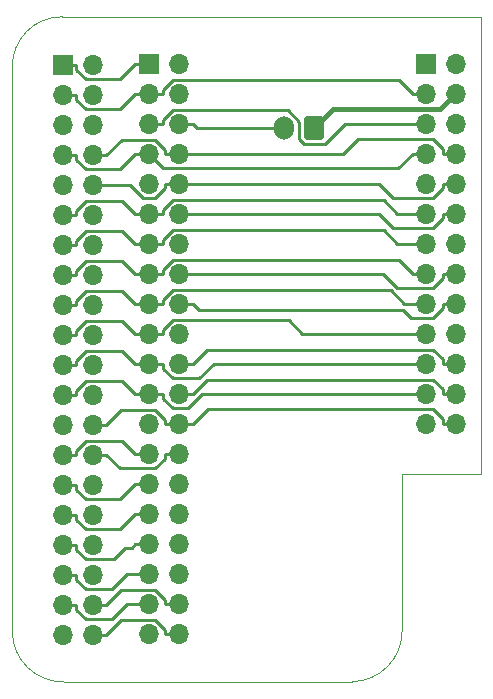
<source format=gbr>
G04 #@! TF.GenerationSoftware,KiCad,Pcbnew,7.0.5*
G04 #@! TF.CreationDate,2023-06-11T09:32:39-04:00*
G04 #@! TF.ProjectId,PI4Adapter,50493441-6461-4707-9465-722e6b696361,0.1b*
G04 #@! TF.SameCoordinates,Original*
G04 #@! TF.FileFunction,Copper,L2,Bot*
G04 #@! TF.FilePolarity,Positive*
%FSLAX46Y46*%
G04 Gerber Fmt 4.6, Leading zero omitted, Abs format (unit mm)*
G04 Created by KiCad (PCBNEW 7.0.5) date 2023-06-11 09:32:39*
%MOMM*%
%LPD*%
G01*
G04 APERTURE LIST*
G04 Aperture macros list*
%AMRoundRect*
0 Rectangle with rounded corners*
0 $1 Rounding radius*
0 $2 $3 $4 $5 $6 $7 $8 $9 X,Y pos of 4 corners*
0 Add a 4 corners polygon primitive as box body*
4,1,4,$2,$3,$4,$5,$6,$7,$8,$9,$2,$3,0*
0 Add four circle primitives for the rounded corners*
1,1,$1+$1,$2,$3*
1,1,$1+$1,$4,$5*
1,1,$1+$1,$6,$7*
1,1,$1+$1,$8,$9*
0 Add four rect primitives between the rounded corners*
20,1,$1+$1,$2,$3,$4,$5,0*
20,1,$1+$1,$4,$5,$6,$7,0*
20,1,$1+$1,$6,$7,$8,$9,0*
20,1,$1+$1,$8,$9,$2,$3,0*%
G04 Aperture macros list end*
G04 #@! TA.AperFunction,ComponentPad*
%ADD10R,1.700000X1.700000*%
G04 #@! TD*
G04 #@! TA.AperFunction,ComponentPad*
%ADD11O,1.700000X1.700000*%
G04 #@! TD*
G04 #@! TA.AperFunction,ComponentPad*
%ADD12RoundRect,0.250000X0.600000X0.750000X-0.600000X0.750000X-0.600000X-0.750000X0.600000X-0.750000X0*%
G04 #@! TD*
G04 #@! TA.AperFunction,ComponentPad*
%ADD13O,1.700000X2.000000*%
G04 #@! TD*
G04 #@! TA.AperFunction,Conductor*
%ADD14C,0.400000*%
G04 #@! TD*
G04 #@! TA.AperFunction,Conductor*
%ADD15C,0.250000*%
G04 #@! TD*
G04 #@! TA.AperFunction,Profile*
%ADD16C,0.100000*%
G04 #@! TD*
G04 APERTURE END LIST*
D10*
X115570000Y-77625000D03*
D11*
X118110000Y-77625000D03*
X115570000Y-80165000D03*
X118110000Y-80165000D03*
X115570000Y-82705000D03*
X118110000Y-82705000D03*
X115570000Y-85245000D03*
X118110000Y-85245000D03*
X115570000Y-87785000D03*
X118110000Y-87785000D03*
X115570000Y-90325000D03*
X118110000Y-90325000D03*
X115570000Y-92865000D03*
X118110000Y-92865000D03*
X115570000Y-95405000D03*
X118110000Y-95405000D03*
X115570000Y-97945000D03*
X118110000Y-97945000D03*
X115570000Y-100485000D03*
X118110000Y-100485000D03*
X115570000Y-103025000D03*
X118110000Y-103025000D03*
X115570000Y-105565000D03*
X118110000Y-105565000D03*
X115570000Y-108105000D03*
X118110000Y-108105000D03*
X115570000Y-110645000D03*
X118110000Y-110645000D03*
X115570000Y-113185000D03*
X118110000Y-113185000D03*
X115570000Y-115725000D03*
X118110000Y-115725000D03*
X115570000Y-118265000D03*
X118110000Y-118265000D03*
X115570000Y-120805000D03*
X118110000Y-120805000D03*
X115570000Y-123345000D03*
X118110000Y-123345000D03*
X115570000Y-125885000D03*
X118110000Y-125885000D03*
D12*
X129520000Y-83050000D03*
D13*
X127020000Y-83050000D03*
D10*
X108250000Y-77700000D03*
D11*
X110790000Y-77700000D03*
X108250000Y-80240000D03*
X110790000Y-80240000D03*
X108250000Y-82780000D03*
X110790000Y-82780000D03*
X108250000Y-85320000D03*
X110790000Y-85320000D03*
X108250000Y-87860000D03*
X110790000Y-87860000D03*
X108250000Y-90400000D03*
X110790000Y-90400000D03*
X108250000Y-92940000D03*
X110790000Y-92940000D03*
X108250000Y-95480000D03*
X110790000Y-95480000D03*
X108250000Y-98020000D03*
X110790000Y-98020000D03*
X108250000Y-100560000D03*
X110790000Y-100560000D03*
X108250000Y-103100000D03*
X110790000Y-103100000D03*
X108250000Y-105640000D03*
X110790000Y-105640000D03*
X108250000Y-108180000D03*
X110790000Y-108180000D03*
X108250000Y-110720000D03*
X110790000Y-110720000D03*
X108250000Y-113260000D03*
X110790000Y-113260000D03*
X108250000Y-115800000D03*
X110790000Y-115800000D03*
X108250000Y-118340000D03*
X110790000Y-118340000D03*
X108250000Y-120880000D03*
X110790000Y-120880000D03*
X108250000Y-123420000D03*
X110790000Y-123420000D03*
X108250000Y-125960000D03*
X110790000Y-125960000D03*
D10*
X139060000Y-77575000D03*
D11*
X141600000Y-77575000D03*
X139060000Y-80115000D03*
X141600000Y-80115000D03*
X139060000Y-82655000D03*
X141600000Y-82655000D03*
X139060000Y-85195000D03*
X141600000Y-85195000D03*
X139060000Y-87735000D03*
X141600000Y-87735000D03*
X139060000Y-90275000D03*
X141600000Y-90275000D03*
X139060000Y-92815000D03*
X141600000Y-92815000D03*
X139060000Y-95355000D03*
X141600000Y-95355000D03*
X139060000Y-97895000D03*
X141600000Y-97895000D03*
X139060000Y-100435000D03*
X141600000Y-100435000D03*
X139060000Y-102975000D03*
X141600000Y-102975000D03*
X139060000Y-105515000D03*
X141600000Y-105515000D03*
X139060000Y-108055000D03*
X141600000Y-108055000D03*
D14*
X140230700Y-81384300D02*
X131185700Y-81384300D01*
X131185700Y-81384300D02*
X129520000Y-83050000D01*
X141500000Y-80115000D02*
X140230700Y-81384300D01*
X141600000Y-80115000D02*
X141500000Y-80115000D01*
D15*
X110249700Y-78890600D02*
X113127500Y-78890600D01*
X108250000Y-77700000D02*
X109426900Y-77700000D01*
X109426900Y-77700000D02*
X109426900Y-78067800D01*
X109426900Y-78067800D02*
X110249700Y-78890600D01*
X116933100Y-125519200D02*
X116933100Y-125885000D01*
X116108300Y-124694400D02*
X116933100Y-125519200D01*
X113232500Y-124694400D02*
X116108300Y-124694400D01*
X111966900Y-125960000D02*
X113232500Y-124694400D01*
X110790000Y-125960000D02*
X111966900Y-125960000D01*
X118110000Y-125885000D02*
X116933100Y-125885000D01*
X116933100Y-122979200D02*
X116933100Y-123345000D01*
X116108300Y-122154400D02*
X116933100Y-122979200D01*
X113232500Y-122154400D02*
X116108300Y-122154400D01*
X111966900Y-123420000D02*
X113232500Y-122154400D01*
X110790000Y-123420000D02*
X111966900Y-123420000D01*
X118110000Y-123345000D02*
X116933100Y-123345000D01*
X109426900Y-123785800D02*
X109426900Y-123420000D01*
X110251700Y-124610600D02*
X109426900Y-123785800D01*
X112474100Y-124610600D02*
X110251700Y-124610600D01*
X113739700Y-123345000D02*
X112474100Y-124610600D01*
X115570000Y-123345000D02*
X113739700Y-123345000D01*
X108250000Y-123420000D02*
X109426900Y-123420000D01*
X109426900Y-121245800D02*
X109426900Y-120880000D01*
X110251700Y-122070600D02*
X109426900Y-121245800D01*
X112474100Y-122070600D02*
X110251700Y-122070600D01*
X113739700Y-120805000D02*
X112474100Y-122070600D01*
X115570000Y-120805000D02*
X113739700Y-120805000D01*
X108250000Y-120880000D02*
X109426900Y-120880000D01*
X114093000Y-118565100D02*
X114393100Y-118265000D01*
X113576400Y-118565100D02*
X114093000Y-118565100D01*
X112612400Y-119529100D02*
X113576400Y-118565100D01*
X110248200Y-119529100D02*
X112612400Y-119529100D01*
X109426900Y-118707800D02*
X110248200Y-119529100D01*
X109426900Y-118340000D02*
X109426900Y-118707800D01*
X108250000Y-118340000D02*
X109426900Y-118340000D01*
X115570000Y-118265000D02*
X114393100Y-118265000D01*
X108250000Y-115800000D02*
X109426900Y-115800000D01*
X115570000Y-115725000D02*
X114393100Y-115725000D01*
X109426900Y-116167800D02*
X109426900Y-115800000D01*
X110237300Y-116978200D02*
X109426900Y-116167800D01*
X113139900Y-116978200D02*
X110237300Y-116978200D01*
X114393100Y-115725000D02*
X113139900Y-116978200D01*
X109426900Y-113625800D02*
X109426900Y-113260000D01*
X110260000Y-114458900D02*
X109426900Y-113625800D01*
X113119200Y-114458900D02*
X110260000Y-114458900D01*
X114393100Y-113185000D02*
X113119200Y-114458900D01*
X115570000Y-113185000D02*
X114393100Y-113185000D01*
X108250000Y-113260000D02*
X109426900Y-113260000D01*
X116933100Y-111010800D02*
X116933100Y-110645000D01*
X116103600Y-111840300D02*
X116933100Y-111010800D01*
X113087200Y-111840300D02*
X116103600Y-111840300D01*
X111966900Y-110720000D02*
X113087200Y-111840300D01*
X110790000Y-110720000D02*
X111966900Y-110720000D01*
X118110000Y-110645000D02*
X116933100Y-110645000D01*
X109426900Y-110354200D02*
X109426900Y-110720000D01*
X110256400Y-109524700D02*
X109426900Y-110354200D01*
X113272800Y-109524700D02*
X110256400Y-109524700D01*
X114393100Y-110645000D02*
X113272800Y-109524700D01*
X115570000Y-110645000D02*
X114393100Y-110645000D01*
X108250000Y-110720000D02*
X109426900Y-110720000D01*
X116933100Y-107739200D02*
X116933100Y-108105000D01*
X116109800Y-106915900D02*
X116933100Y-107739200D01*
X113231000Y-106915900D02*
X116109800Y-106915900D01*
X111966900Y-108180000D02*
X113231000Y-106915900D01*
X110790000Y-108180000D02*
X111966900Y-108180000D01*
X118110000Y-108105000D02*
X116933100Y-108105000D01*
X120555900Y-106836000D02*
X119286900Y-108105000D01*
X139571900Y-106836000D02*
X120555900Y-106836000D01*
X140423100Y-107687200D02*
X139571900Y-106836000D01*
X140423100Y-108055000D02*
X140423100Y-107687200D01*
X141600000Y-108055000D02*
X140423100Y-108055000D01*
X118110000Y-108105000D02*
X119286900Y-108105000D01*
X120515300Y-104336600D02*
X119286900Y-105565000D01*
X139612500Y-104336600D02*
X120515300Y-104336600D01*
X140423100Y-105147200D02*
X139612500Y-104336600D01*
X140423100Y-105515000D02*
X140423100Y-105147200D01*
X141600000Y-105515000D02*
X140423100Y-105515000D01*
X118110000Y-105565000D02*
X119286900Y-105565000D01*
X109426900Y-105274200D02*
X109426900Y-105640000D01*
X110256400Y-104444700D02*
X109426900Y-105274200D01*
X113272800Y-104444700D02*
X110256400Y-104444700D01*
X114393100Y-105565000D02*
X113272800Y-104444700D01*
X115570000Y-105565000D02*
X114393100Y-105565000D01*
X108250000Y-105640000D02*
X109426900Y-105640000D01*
X115570000Y-105565000D02*
X116746900Y-105565000D01*
X116746900Y-105930800D02*
X116746900Y-105565000D01*
X117558700Y-106742600D02*
X116746900Y-105930800D01*
X118833300Y-106742600D02*
X117558700Y-106742600D01*
X120060900Y-105515000D02*
X118833300Y-106742600D01*
X139060000Y-105515000D02*
X120060900Y-105515000D01*
X120515300Y-101796600D02*
X119286900Y-103025000D01*
X139612500Y-101796600D02*
X120515300Y-101796600D01*
X140423100Y-102607200D02*
X139612500Y-101796600D01*
X140423100Y-102975000D02*
X140423100Y-102607200D01*
X141600000Y-102975000D02*
X140423100Y-102975000D01*
X118110000Y-103025000D02*
X119286900Y-103025000D01*
X116746900Y-103390800D02*
X116746900Y-103025000D01*
X117571700Y-104215600D02*
X116746900Y-103390800D01*
X119794100Y-104215600D02*
X117571700Y-104215600D01*
X121034700Y-102975000D02*
X119794100Y-104215600D01*
X139060000Y-102975000D02*
X121034700Y-102975000D01*
X115570000Y-103025000D02*
X116746900Y-103025000D01*
X108250000Y-103100000D02*
X109426900Y-103100000D01*
X115570000Y-103025000D02*
X114393100Y-103025000D01*
X113272900Y-101904800D02*
X114393100Y-103025000D01*
X110254300Y-101904800D02*
X113272900Y-101904800D01*
X109426900Y-102732200D02*
X110254300Y-101904800D01*
X109426900Y-103100000D02*
X109426900Y-102732200D01*
X115570000Y-100485000D02*
X116746900Y-100485000D01*
X113272900Y-99364800D02*
X114393100Y-100485000D01*
X110254300Y-99364800D02*
X113272900Y-99364800D01*
X109426900Y-100192200D02*
X110254300Y-99364800D01*
X109426900Y-100560000D02*
X109426900Y-100192200D01*
X108250000Y-100560000D02*
X109426900Y-100560000D01*
X115570000Y-100485000D02*
X114393100Y-100485000D01*
X128548800Y-100435000D02*
X139060000Y-100435000D01*
X127408000Y-99294200D02*
X128548800Y-100435000D01*
X117577500Y-99294200D02*
X127408000Y-99294200D01*
X116746900Y-100124800D02*
X117577500Y-99294200D01*
X116746900Y-100485000D02*
X116746900Y-100124800D01*
X119774500Y-98432600D02*
X119286900Y-97945000D01*
X137066700Y-98432600D02*
X119774500Y-98432600D01*
X137718400Y-99084300D02*
X137066700Y-98432600D01*
X139601600Y-99084300D02*
X137718400Y-99084300D01*
X140423100Y-98262800D02*
X139601600Y-99084300D01*
X140423100Y-97895000D02*
X140423100Y-98262800D01*
X141600000Y-97895000D02*
X140423100Y-97895000D01*
X118110000Y-97945000D02*
X119286900Y-97945000D01*
X140423100Y-95720800D02*
X140423100Y-95355000D01*
X139595200Y-96548700D02*
X140423100Y-95720800D01*
X136534600Y-96548700D02*
X139595200Y-96548700D01*
X135390900Y-95405000D02*
X136534600Y-96548700D01*
X118110000Y-95405000D02*
X135390900Y-95405000D01*
X141600000Y-95355000D02*
X140423100Y-95355000D01*
X109426900Y-95114200D02*
X109426900Y-95480000D01*
X110256400Y-94284700D02*
X109426900Y-95114200D01*
X113272800Y-94284700D02*
X110256400Y-94284700D01*
X114393100Y-95405000D02*
X113272800Y-94284700D01*
X115570000Y-95405000D02*
X114393100Y-95405000D01*
X108250000Y-95480000D02*
X109426900Y-95480000D01*
X116746900Y-95039200D02*
X116746900Y-95405000D01*
X117574900Y-94211200D02*
X116746900Y-95039200D01*
X136739300Y-94211200D02*
X117574900Y-94211200D01*
X137883100Y-95355000D02*
X136739300Y-94211200D01*
X139060000Y-95355000D02*
X137883100Y-95355000D01*
X115570000Y-95405000D02*
X116746900Y-95405000D01*
X139060000Y-92815000D02*
X137883100Y-92815000D01*
X115570000Y-92865000D02*
X116746900Y-92865000D01*
X113272900Y-91744800D02*
X114393100Y-92865000D01*
X110254300Y-91744800D02*
X113272900Y-91744800D01*
X109426900Y-92572200D02*
X110254300Y-91744800D01*
X109426900Y-92940000D02*
X109426900Y-92572200D01*
X108250000Y-92940000D02*
X109426900Y-92940000D01*
X115570000Y-92865000D02*
X114393100Y-92865000D01*
X136604900Y-92815000D02*
X137883100Y-92815000D01*
X135464100Y-91674200D02*
X136604900Y-92815000D01*
X117571900Y-91674200D02*
X135464100Y-91674200D01*
X116746900Y-92499200D02*
X117571900Y-91674200D01*
X116746900Y-92865000D02*
X116746900Y-92499200D01*
X135072300Y-90325000D02*
X118110000Y-90325000D01*
X136208300Y-91461000D02*
X135072300Y-90325000D01*
X139604900Y-91461000D02*
X136208300Y-91461000D01*
X140423100Y-90642800D02*
X139604900Y-91461000D01*
X140423100Y-90275000D02*
X140423100Y-90642800D01*
X141600000Y-90275000D02*
X140423100Y-90275000D01*
X139060000Y-90275000D02*
X137883100Y-90275000D01*
X115570000Y-90325000D02*
X116746900Y-90325000D01*
X113272900Y-89204800D02*
X114393100Y-90325000D01*
X110254300Y-89204800D02*
X113272900Y-89204800D01*
X109426900Y-90032200D02*
X110254300Y-89204800D01*
X109426900Y-90400000D02*
X109426900Y-90032200D01*
X108250000Y-90400000D02*
X109426900Y-90400000D01*
X115570000Y-90325000D02*
X114393100Y-90325000D01*
X136604900Y-90275000D02*
X137883100Y-90275000D01*
X135464100Y-89134200D02*
X136604900Y-90275000D01*
X117571900Y-89134200D02*
X135464100Y-89134200D01*
X116746900Y-89959200D02*
X117571900Y-89134200D01*
X116746900Y-90325000D02*
X116746900Y-89959200D01*
X110790000Y-87860000D02*
X111966900Y-87860000D01*
X118110000Y-87785000D02*
X116933100Y-87785000D01*
X135072300Y-87785000D02*
X118110000Y-87785000D01*
X136234000Y-88946700D02*
X135072300Y-87785000D01*
X139579200Y-88946700D02*
X136234000Y-88946700D01*
X140423100Y-88102800D02*
X139579200Y-88946700D01*
X140423100Y-87735000D02*
X140423100Y-88102800D01*
X141600000Y-87735000D02*
X140423100Y-87735000D01*
X116933100Y-88086300D02*
X116933100Y-87785000D01*
X116057500Y-88961900D02*
X116933100Y-88086300D01*
X115082500Y-88961900D02*
X116057500Y-88961900D01*
X113980600Y-87860000D02*
X115082500Y-88961900D01*
X111966900Y-87860000D02*
X113980600Y-87860000D01*
X141600000Y-85195000D02*
X140423100Y-85195000D01*
X113241700Y-84045200D02*
X111966900Y-85320000D01*
X116101100Y-84045200D02*
X113241700Y-84045200D01*
X116933100Y-84877200D02*
X116101100Y-84045200D01*
X116933100Y-85245000D02*
X116933100Y-84877200D01*
X118110000Y-85245000D02*
X116933100Y-85245000D01*
X110790000Y-85320000D02*
X111966900Y-85320000D01*
X140423100Y-84827200D02*
X140423100Y-85195000D01*
X139578800Y-83982900D02*
X140423100Y-84827200D01*
X133238700Y-83982900D02*
X139578800Y-83982900D01*
X131976600Y-85245000D02*
X133238700Y-83982900D01*
X118110000Y-85245000D02*
X131976600Y-85245000D01*
X139060000Y-85195000D02*
X137883100Y-85195000D01*
X136642500Y-86435600D02*
X137883100Y-85195000D01*
X116760600Y-86435600D02*
X136642500Y-86435600D01*
X115570000Y-85245000D02*
X116760600Y-86435600D01*
X108250000Y-85320000D02*
X109426900Y-85320000D01*
X109426900Y-85685800D02*
X109426900Y-85320000D01*
X110256100Y-86515000D02*
X109426900Y-85685800D01*
X113123100Y-86515000D02*
X110256100Y-86515000D01*
X114393100Y-85245000D02*
X113123100Y-86515000D01*
X115570000Y-85245000D02*
X114393100Y-85245000D01*
X119631900Y-83050000D02*
X119286900Y-82705000D01*
X127020000Y-83050000D02*
X119631900Y-83050000D01*
X118110000Y-82705000D02*
X119286900Y-82705000D01*
X116746900Y-82339200D02*
X116746900Y-82705000D01*
X117586700Y-81499400D02*
X116746900Y-82339200D01*
X127297600Y-81499400D02*
X117586700Y-81499400D01*
X128269500Y-82471300D02*
X127297600Y-81499400D01*
X128269500Y-83968700D02*
X128269500Y-82471300D01*
X128706800Y-84406000D02*
X128269500Y-83968700D01*
X130441500Y-84406000D02*
X128706800Y-84406000D01*
X132192500Y-82655000D02*
X130441500Y-84406000D01*
X139060000Y-82655000D02*
X132192500Y-82655000D01*
X115570000Y-82705000D02*
X116746900Y-82705000D01*
X109426900Y-80605800D02*
X109426900Y-80240000D01*
X110246700Y-81425600D02*
X109426900Y-80605800D01*
X113132500Y-81425600D02*
X110246700Y-81425600D01*
X114393100Y-80165000D02*
X113132500Y-81425600D01*
X115570000Y-80165000D02*
X114393100Y-80165000D01*
X108250000Y-80240000D02*
X109426900Y-80240000D01*
X116746900Y-79799200D02*
X116746900Y-80165000D01*
X117574900Y-78971200D02*
X116746900Y-79799200D01*
X136739300Y-78971200D02*
X117574900Y-78971200D01*
X137883100Y-80115000D02*
X136739300Y-78971200D01*
X139060000Y-80115000D02*
X137883100Y-80115000D01*
X115570000Y-80165000D02*
X116746900Y-80165000D01*
X139060000Y-97895000D02*
X137883100Y-97895000D01*
X115570000Y-97945000D02*
X116746900Y-97945000D01*
X113272900Y-96824800D02*
X114393100Y-97945000D01*
X110254300Y-96824800D02*
X113272900Y-96824800D01*
X109426900Y-97652200D02*
X110254300Y-96824800D01*
X109426900Y-98020000D02*
X109426900Y-97652200D01*
X108250000Y-98020000D02*
X109426900Y-98020000D01*
X115570000Y-97945000D02*
X114393100Y-97945000D01*
X113127500Y-78890600D02*
X114393100Y-77625000D01*
X115570000Y-77625000D02*
X114393100Y-77625000D01*
X137166000Y-97895000D02*
X137883100Y-97895000D01*
X136023700Y-96752700D02*
X137166000Y-97895000D01*
X117573400Y-96752700D02*
X136023700Y-96752700D01*
X116746900Y-97579200D02*
X117573400Y-96752700D01*
X116746900Y-97945000D02*
X116746900Y-97579200D01*
D16*
X108235592Y-73600000D02*
X143700000Y-73600000D01*
X132750001Y-129900045D02*
G75*
G03*
X137000000Y-125550000I-52401J4302345D01*
G01*
X143700000Y-112350000D02*
X137000000Y-112350000D01*
X143700000Y-73600000D02*
X143700000Y-112350000D01*
X104000004Y-125685592D02*
G75*
G03*
X108361560Y-129900000I4256596J41092D01*
G01*
X104000000Y-125685592D02*
X104000000Y-77907877D01*
X132750000Y-129900000D02*
X108361560Y-129900000D01*
X108235592Y-73599997D02*
G75*
G03*
X104000001Y-77907877I-46932J-4190053D01*
G01*
X137000000Y-112350000D02*
X137000000Y-125550000D01*
M02*

</source>
